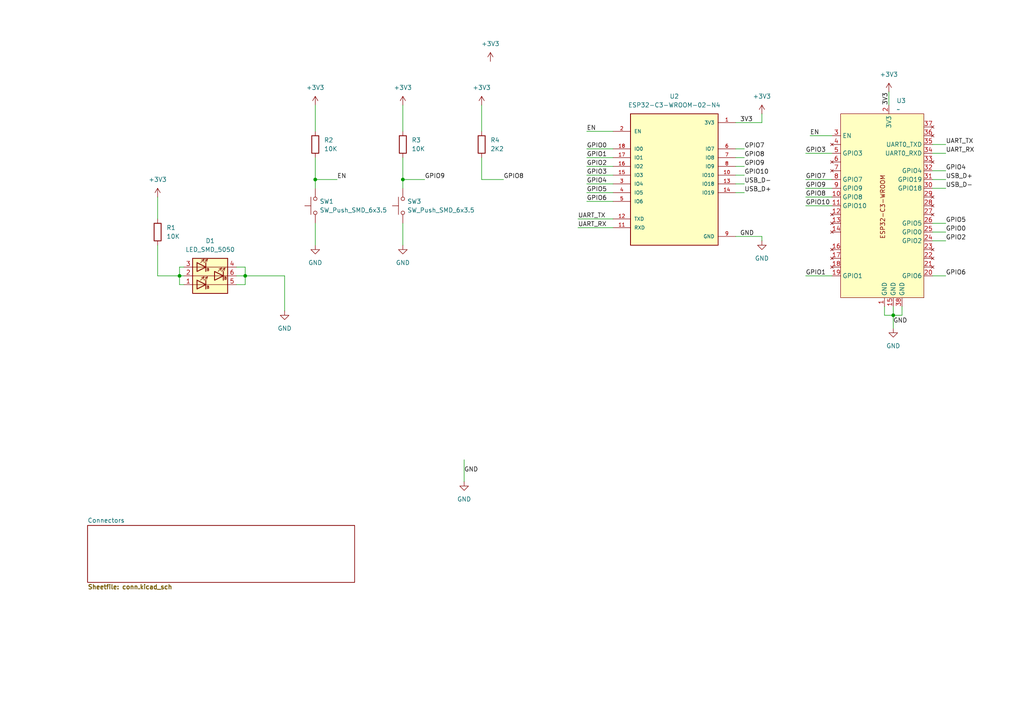
<source format=kicad_sch>
(kicad_sch (version 20231120) (generator "eeschema") (generator_version "8.0")
  (paper "A4")
  (lib_symbols
    (symbol "Alexander Symbol Library:Conn_ESP32-WROOM-Socket-38P-v3"
      (property "Reference" "U3" (at 2.1941 1.27 0))
      (property "Value" "~" (at 2.1941 -1.27 0))
      (symbol "Conn_ESP32-WROOM-Socket-38P-v3_0_1"
        (rectangle (start -13.97 -2.54) (end 10.16 -55.88) (fill (type background)))
      )
      (symbol "Conn_ESP32-WROOM-Socket-38P-v3_1_0"
        (pin bidirectional line (at -16.51 -29.21 0) (length 2.54) (name "GPIO10") (number "11"))
        (pin no_connect line (at -16.51 -31.75 0) (length 2.54) (name "") (number "12"))
        (pin no_connect line (at -16.51 -34.29 0) (length 2.54) (name "") (number "13"))
        (pin no_connect line (at -16.51 -36.83 0) (length 2.54) (name "") (number "14"))
        (pin power_out line (at 1.27 -58.42 90) (length 2.54) (name "GND") (number "15"))
        (pin no_connect line (at -16.51 -41.91 0) (length 2.54) (name "") (number "16"))
        (pin no_connect line (at -16.51 -44.45 0) (length 2.54) (name "") (number "17"))
        (pin no_connect line (at -16.51 -46.99 0) (length 2.54) (name "") (number "18"))
        (pin bidirectional line (at -16.51 -49.53 0) (length 2.54) (name "GPIO1") (number "19"))
        (pin bidirectional line (at 12.7 -49.53 180) (length 2.54) (name "GPIO6") (number "20"))
        (pin no_connect line (at 12.7 -46.99 180) (length 2.54) (name "") (number "21"))
        (pin no_connect line (at 12.7 -44.45 180) (length 2.54) (name "") (number "22"))
        (pin no_connect line (at 12.7 -41.91 180) (length 2.54) (name "") (number "23"))
        (pin bidirectional line (at 12.7 -39.37 180) (length 2.54) (name "GPIO2") (number "24"))
        (pin bidirectional line (at 12.7 -36.83 180) (length 2.54) (name "GPIO0") (number "25"))
        (pin bidirectional line (at 12.7 -34.29 180) (length 2.54) (name "GPIO5") (number "26"))
        (pin no_connect line (at 12.7 -31.75 180) (length 2.54) (name "") (number "27"))
        (pin no_connect line (at 12.7 -29.21 180) (length 2.54) (name "") (number "28"))
        (pin no_connect line (at 12.7 -26.67 180) (length 2.54) (name "") (number "29"))
        (pin bidirectional line (at 12.7 -24.13 180) (length 2.54) (name "GPIO18") (number "30"))
        (pin bidirectional line (at 12.7 -21.59 180) (length 2.54) (name "GPIO19") (number "31"))
        (pin bidirectional line (at 12.7 -19.05 180) (length 2.54) (name "GPIO4") (number "32"))
        (pin no_connect line (at 12.7 -16.51 180) (length 2.54) (name "") (number "33"))
        (pin input line (at 12.7 -13.97 180) (length 2.54) (name "UART0_RXD") (number "34"))
        (pin output line (at 12.7 -11.43 180) (length 2.54) (name "UART0_TXD") (number "35"))
        (pin no_connect line (at 12.7 -8.89 180) (length 2.54) (name "") (number "36"))
        (pin no_connect line (at 12.7 -6.35 180) (length 2.54) (name "") (number "37"))
        (pin power_out line (at 3.81 -58.42 90) (length 2.54) (name "GND") (number "38"))
      )
      (symbol "Conn_ESP32-WROOM-Socket-38P-v3_1_1"
        (text "ESP32-C3-WROOM" (at -1.778 -29.464 900) (effects (font (size 1.27 1.27))))
        (pin power_out line (at -1.27 -58.42 90) (length 2.54) (name "GND") (number "1"))
        (pin bidirectional line (at -16.51 -26.67 0) (length 2.54) (name "GPIO8") (number "10"))
        (pin power_in line (at 0 0 270) (length 2.54) (name "3V3") (number "2"))
        (pin bidirectional line (at -16.51 -8.89 0) (length 2.54) (name "EN") (number "3"))
        (pin no_connect line (at -16.51 -11.43 0) (length 2.54) (name "") (number "4"))
        (pin bidirectional line (at -16.51 -13.97 0) (length 2.54) (name "GPIO3") (number "5"))
        (pin no_connect line (at -16.51 -16.51 0) (length 2.54) (name "") (number "6"))
        (pin no_connect line (at -16.51 -19.05 0) (length 2.54) (name "") (number "7"))
        (pin bidirectional line (at -16.51 -21.59 0) (length 2.54) (name "GPIO7") (number "8"))
        (pin bidirectional line (at -16.51 -24.13 0) (length 2.54) (name "GPIO9") (number "9"))
      )
    )
    (symbol "Alexander Symbol Library:ESP32-C3-WROOM-02-N4" (pin_names (offset 1.016))
      (property "Reference" "U" (at -12.7 21.082 0))
      (property "Value" "ESP32-C3-WROOM-02-N4" (at -13.208 -19.05 0))
      (symbol "ESP32-C3-WROOM-02-N4_0_0"
        (rectangle (start -12.7 20.32) (end 12.7 -17.78) (stroke (width 0.254)) (fill (type background)))
        (pin power_in line (at 17.78 17.78 180) (length 5.08) (name "3V3") (number "1"))
        (pin bidirectional line (at 17.78 2.54 180) (length 5.08) (name "IO10") (number "10"))
        (pin bidirectional line (at -17.78 -12.7 0) (length 5.08) (name "RXD") (number "11"))
        (pin bidirectional line (at -17.78 -10.16 0) (length 5.08) (name "TXD") (number "12"))
        (pin bidirectional line (at 17.78 0 180) (length 5.08) (name "IO18") (number "13"))
        (pin bidirectional line (at 17.78 -2.54 180) (length 5.08) (name "IO19") (number "14"))
        (pin bidirectional line (at -17.78 2.54 0) (length 5.08) (name "IO3") (number "15"))
        (pin bidirectional line (at -17.78 5.08 0) (length 5.08) (name "IO2") (number "16"))
        (pin bidirectional line (at -17.78 7.62 0) (length 5.08) (name "IO1") (number "17"))
        (pin bidirectional line (at -17.78 10.16 0) (length 5.08) (name "IO0") (number "18"))
        (pin power_in line (at 17.78 -15.24 180) (length 5.08) hide (name "GND__1") (number "19"))
        (pin input line (at -17.78 15.24 0) (length 5.08) (name "EN") (number "2"))
        (pin power_in line (at 17.78 -15.24 180) (length 5.08) hide (name "GND__2") (number "20"))
        (pin power_in line (at 17.78 -15.24 180) (length 5.08) hide (name "GND__3") (number "21"))
        (pin power_in line (at 17.78 -15.24 180) (length 5.08) hide (name "GND__4") (number "22"))
        (pin power_in line (at 17.78 -15.24 180) (length 5.08) hide (name "GND__5") (number "23"))
        (pin power_in line (at 17.78 -15.24 180) (length 5.08) hide (name "GND__6") (number "24"))
        (pin power_in line (at 17.78 -15.24 180) (length 5.08) hide (name "GND__7") (number "25"))
        (pin power_in line (at 17.78 -15.24 180) (length 5.08) hide (name "GND__8") (number "26"))
        (pin power_in line (at 17.78 -15.24 180) (length 5.08) hide (name "GND__9") (number "27"))
        (pin power_in line (at 17.78 -15.24 180) (length 5.08) hide (name "GND__10") (number "28"))
        (pin power_in line (at 17.78 -15.24 180) (length 5.08) hide (name "GND__11") (number "29"))
        (pin bidirectional line (at -17.78 0 0) (length 5.08) (name "IO4") (number "3"))
        (pin power_in line (at 17.78 -15.24 180) (length 5.08) hide (name "GND__12") (number "30"))
        (pin power_in line (at 17.78 -15.24 180) (length 5.08) hide (name "GND__13") (number "31"))
        (pin power_in line (at 17.78 -15.24 180) (length 5.08) hide (name "GND__14") (number "32"))
        (pin power_in line (at 17.78 -15.24 180) (length 5.08) hide (name "GND__15") (number "33"))
        (pin power_in line (at 17.78 -15.24 180) (length 5.08) hide (name "GND__16") (number "34"))
        (pin power_in line (at 17.78 -15.24 180) (length 5.08) hide (name "GND__17") (number "35"))
        (pin power_in line (at 17.78 -15.24 180) (length 5.08) hide (name "GND__18") (number "36"))
        (pin power_in line (at 17.78 -15.24 180) (length 5.08) hide (name "GND__19") (number "37"))
        (pin power_in line (at 17.78 -15.24 180) (length 5.08) hide (name "GND__20") (number "38"))
        (pin power_in line (at 17.78 -15.24 180) (length 5.08) hide (name "GND__21") (number "39"))
        (pin bidirectional line (at -17.78 -2.54 0) (length 5.08) (name "IO5") (number "4"))
        (pin bidirectional line (at -17.78 -5.08 0) (length 5.08) (name "IO6") (number "5"))
        (pin bidirectional line (at 17.78 10.16 180) (length 5.08) (name "IO7") (number "6"))
        (pin bidirectional line (at 17.78 7.62 180) (length 5.08) (name "IO8") (number "7"))
        (pin bidirectional line (at 17.78 5.08 180) (length 5.08) (name "IO9") (number "8"))
        (pin power_in line (at 17.78 -15.24 180) (length 5.08) (name "GND") (number "9"))
      )
    )
    (symbol "Alexander_Library_Symbols:LED_SMD_5050" (pin_names hide)
      (property "Reference" "D" (at -5.08 6.35 0))
      (property "Value" "LED_SMD_5050" (at -5.08 -6.35 0))
      (symbol "LED_SMD_5050_0_0"
        (text "B" (at -0.635 -3.3274 0) (effects (font (size 0.762 0.762))))
      )
      (symbol "LED_SMD_5050_0_1"
        (rectangle (start -5.08 5.08) (end 5.08 -5.08) (stroke (width 0.254)) (fill (type background)))
        (polyline (pts (xy -5.08 -2.54) (xy 5.08 -2.54)))
        (polyline (pts (xy -5.08 0) (xy 5.08 0)))
        (polyline (pts (xy -5.08 2.54) (xy 5.08 2.54)))
        (polyline (pts (xy -2.794 -1.27) (xy -1.778 -0.254)))
        (polyline (pts (xy -2.794 3.81) (xy -1.778 4.826)))
        (polyline (pts (xy -1.778 -1.27) (xy -0.762 -0.254)))
        (polyline (pts (xy -1.778 3.81) (xy -0.762 4.826)))
        (polyline (pts (xy -1.27 -1.27) (xy -1.27 -3.81)) (stroke (width 0.254)))
        (polyline (pts (xy -1.27 3.81) (xy -1.27 1.27)) (stroke (width 0.254)))
        (polyline (pts (xy 2.286 1.27) (xy 3.302 2.286)))
        (polyline (pts (xy 3.302 1.27) (xy 4.318 2.286)))
        (polyline (pts (xy 3.81 1.27) (xy 3.81 -1.27)) (stroke (width 0.254)))
        (polyline (pts (xy -2.54 4.572) (xy -1.778 4.826) (xy -2.032 4.064)))
        (polyline (pts (xy -2.032 -1.016) (xy -1.778 -0.254) (xy -2.54 -0.508)))
        (polyline (pts (xy -1.524 -0.508) (xy -0.762 -0.254) (xy -1.016 -1.016)))
        (polyline (pts (xy -1.524 4.572) (xy -0.762 4.826) (xy -1.016 4.064)))
        (polyline (pts (xy 3.048 1.524) (xy 3.302 2.286) (xy 2.54 2.032)))
        (polyline (pts (xy 3.556 2.032) (xy 4.318 2.286) (xy 4.064 1.524)))
        (polyline (pts (xy -3.81 -1.27) (xy -3.81 -3.81) (xy -1.27 -2.54) (xy -3.81 -1.27)) (stroke (width 0.254)))
        (polyline (pts (xy -3.81 3.81) (xy -3.81 1.27) (xy -1.27 2.54) (xy -3.81 3.81)) (stroke (width 0.254)))
        (polyline (pts (xy 1.27 1.27) (xy 1.27 -1.27) (xy 3.81 0) (xy 1.27 1.27)) (stroke (width 0.254)))
      )
      (symbol "LED_SMD_5050_1_0"
        (text "B" (at -0.635 1.8034 0) (effects (font (size 0.762 0.762))))
        (text "B" (at 4.4196 -0.7112 0) (effects (font (size 0.762 0.762))))
      )
      (symbol "LED_SMD_5050_1_1"
        (pin passive line (at -7.62 -2.54 0) (length 2.54) (name "AB") (number "1"))
        (pin passive line (at -7.62 0 0) (length 2.54) (name "KB") (number "2"))
        (pin passive line (at -7.62 2.54 0) (length 2.54) (name "AR") (number "3"))
        (pin passive line (at 7.62 2.54 180) (length 2.54) (name "KR") (number "4"))
        (pin passive line (at 7.62 -2.54 180) (length 2.54) (name "AG") (number "5"))
        (pin passive line (at 7.62 0 180) (length 2.54) (name "KR") (number "6"))
      )
    )
    (symbol "Alexander_Library_Symbols:SW_Push_SMD_6x3.5" (pin_numbers hide) (pin_names (offset 1.016) hide)
      (property "Reference" "SW" (at 1.27 2.54 0))
      (property "Value" "SW_Push_SMD_6x3.5" (at 0 -1.524 0))
      (symbol "SW_Push_SMD_6x3.5_0_1"
        (circle (center -2.032 0) (radius 0.508))
        (polyline (pts (xy 0 1.27) (xy 0 3.048)))
        (polyline (pts (xy 2.54 1.27) (xy -2.54 1.27)))
        (circle (center 2.032 0) (radius 0.508))
        (pin passive line (at -5.08 0 0) (length 2.54) (name "1") (number "1"))
        (pin passive line (at 5.08 0 180) (length 2.54) (name "2") (number "2"))
      )
    )
    (symbol "Device:R" (pin_numbers hide) (pin_names (offset 0))
      (property "Reference" "R" (at 2.032 0 90))
      (property "Value" "R" (at 0 0 90))
      (symbol "R_0_1"
        (rectangle (start -1.016 -2.54) (end 1.016 2.54) (stroke (width 0.254)))
      )
      (symbol "R_1_1"
        (pin passive line (at 0 3.81 270) (length 1.27) (name "~") (number "1"))
        (pin passive line (at 0 -3.81 90) (length 1.27) (name "~") (number "2"))
      )
    )
    (symbol "power:+3V3" (power) (pin_numbers hide) (pin_names (offset 0) hide)
      (property "Value" "+3V3" (at 0 3.556 0))
      (symbol "+3V3_0_1"
        (polyline (pts (xy -0.762 1.27) (xy 0 2.54)))
        (polyline (pts (xy 0 0) (xy 0 2.54)))
        (polyline (pts (xy 0 2.54) (xy 0.762 1.27)))
      )
      (symbol "+3V3_1_1"
        (pin power_in line (at 0 0 90) (length 0) (name "~") (number "1"))
      )
    )
    (symbol "power:GND" (power) (pin_numbers hide) (pin_names (offset 0) hide)
      (property "Value" "GND" (at 0 -3.81 0))
      (symbol "GND_0_1"
        (polyline (pts (xy 0 0) (xy 0 -1.27) (xy 1.27 -1.27) (xy 0 -2.54) (xy -1.27 -1.27) (xy 0 -1.27)))
      )
      (symbol "GND_1_1"
        (pin power_in line (at 0 0 270) (length 0) (name "~") (number "1"))
      )
    )
  )
  (junction (at 52.07 80.01))
  (junction (at 91.44 52.07))
  (junction (at 116.84 52.07))
  (junction (at 71.12 80.01))
  (junction (at 259.08 91.44))
  (wire (pts (xy 233.68 57.15) (xy 241.3 57.15)))
  (wire (pts (xy 91.44 52.07) (xy 97.79 52.07)))
  (wire (pts (xy 233.68 54.61) (xy 241.3 54.61)))
  (wire (pts (xy 170.18 55.88) (xy 177.8 55.88)))
  (wire (pts (xy 139.7 52.07) (xy 146.05 52.07)))
  (wire (pts (xy 116.84 45.72) (xy 116.84 52.07)))
  (wire (pts (xy 270.51 52.07) (xy 274.32 52.07)))
  (wire (pts (xy 213.36 68.58) (xy 220.98 68.58)))
  (wire (pts (xy 71.12 82.55) (xy 71.12 80.01)))
  (wire (pts (xy 213.36 55.88) (xy 215.9 55.88)))
  (wire (pts (xy 71.12 80.01) (xy 82.55 80.01)))
  (wire (pts (xy 270.51 49.53) (xy 274.32 49.53)))
  (wire (pts (xy 213.36 50.8) (xy 215.9 50.8)))
  (wire (pts (xy 234.95 39.37) (xy 241.3 39.37)))
  (wire (pts (xy 68.58 82.55) (xy 71.12 82.55)))
  (wire (pts (xy 167.64 63.5) (xy 177.8 63.5)))
  (wire (pts (xy 91.44 30.48) (xy 91.44 38.1)))
  (wire (pts (xy 170.18 43.18) (xy 177.8 43.18)))
  (wire (pts (xy 170.18 45.72) (xy 177.8 45.72)))
  (wire (pts (xy 170.18 48.26) (xy 177.8 48.26)))
  (wire (pts (xy 170.18 38.1) (xy 177.8 38.1)))
  (wire (pts (xy 270.51 64.77) (xy 274.32 64.77)))
  (wire (pts (xy 261.62 91.44) (xy 261.62 88.9)))
  (wire (pts (xy 45.72 71.12) (xy 45.72 80.01)))
  (wire (pts (xy 213.36 53.34) (xy 215.9 53.34)))
  (wire (pts (xy 213.36 43.18) (xy 215.9 43.18)))
  (wire (pts (xy 233.68 52.07) (xy 241.3 52.07)))
  (wire (pts (xy 71.12 77.47) (xy 71.12 80.01)))
  (wire (pts (xy 68.58 77.47) (xy 71.12 77.47)))
  (wire (pts (xy 213.36 48.26) (xy 215.9 48.26)))
  (wire (pts (xy 52.07 80.01) (xy 53.34 80.01)))
  (wire (pts (xy 170.18 53.34) (xy 177.8 53.34)))
  (wire (pts (xy 213.36 45.72) (xy 215.9 45.72)))
  (wire (pts (xy 257.81 26.67) (xy 257.81 30.48)))
  (wire (pts (xy 259.08 91.44) (xy 261.62 91.44)))
  (wire (pts (xy 45.72 80.01) (xy 52.07 80.01)))
  (wire (pts (xy 139.7 30.48) (xy 139.7 38.1)))
  (wire (pts (xy 82.55 80.01) (xy 82.55 90.17)))
  (wire (pts (xy 52.07 82.55) (xy 52.07 80.01)))
  (wire (pts (xy 233.68 80.01) (xy 241.3 80.01)))
  (wire (pts (xy 233.68 59.69) (xy 241.3 59.69)))
  (wire (pts (xy 220.98 35.56) (xy 220.98 33.02)))
  (wire (pts (xy 116.84 52.07) (xy 123.19 52.07)))
  (wire (pts (xy 68.58 80.01) (xy 71.12 80.01)))
  (wire (pts (xy 134.62 133.35) (xy 134.62 139.7)))
  (wire (pts (xy 259.08 88.9) (xy 259.08 91.44)))
  (wire (pts (xy 270.51 80.01) (xy 274.32 80.01)))
  (wire (pts (xy 233.68 44.45) (xy 241.3 44.45)))
  (wire (pts (xy 139.7 45.72) (xy 139.7 52.07)))
  (wire (pts (xy 270.51 41.91) (xy 274.32 41.91)))
  (wire (pts (xy 116.84 52.07) (xy 116.84 54.61)))
  (wire (pts (xy 45.72 57.15) (xy 45.72 63.5)))
  (wire (pts (xy 91.44 45.72) (xy 91.44 52.07)))
  (wire (pts (xy 170.18 58.42) (xy 177.8 58.42)))
  (wire (pts (xy 256.54 91.44) (xy 259.08 91.44)))
  (wire (pts (xy 116.84 30.48) (xy 116.84 38.1)))
  (wire (pts (xy 213.36 35.56) (xy 220.98 35.56)))
  (wire (pts (xy 270.51 69.85) (xy 274.32 69.85)))
  (wire (pts (xy 91.44 64.77) (xy 91.44 71.12)))
  (wire (pts (xy 52.07 77.47) (xy 52.07 80.01)))
  (wire (pts (xy 53.34 77.47) (xy 52.07 77.47)))
  (wire (pts (xy 53.34 82.55) (xy 52.07 82.55)))
  (wire (pts (xy 259.08 91.44) (xy 259.08 95.25)))
  (wire (pts (xy 167.64 66.04) (xy 177.8 66.04)))
  (wire (pts (xy 91.44 52.07) (xy 91.44 54.61)))
  (wire (pts (xy 116.84 64.77) (xy 116.84 71.12)))
  (wire (pts (xy 270.51 54.61) (xy 274.32 54.61)))
  (wire (pts (xy 270.51 67.31) (xy 274.32 67.31)))
  (wire (pts (xy 170.18 50.8) (xy 177.8 50.8)))
  (wire (pts (xy 256.54 88.9) (xy 256.54 91.44)))
  (wire (pts (xy 270.51 44.45) (xy 274.32 44.45)))
  (wire (pts (xy 220.98 68.58) (xy 220.98 69.85)))
  (label "GPIO6" (at 274.32 80.01 0))
  (label "GPIO9" (at 233.68 54.61 0))
  (label "GPIO8" (at 215.9 45.72 0))
  (label "GPIO3" (at 233.68 44.45 0))
  (label "USB_D-" (at 274.32 54.61 0))
  (label "GPIO4" (at 170.18 53.34 0))
  (label "UART_RX" (at 167.64 66.04 0))
  (label "GPIO10" (at 233.68 59.69 0))
  (label "GPIO3" (at 170.18 50.8 0))
  (label "3V3" (at 257.81 30.48 90))
  (label "UART_TX" (at 274.32 41.91 0))
  (label "GPIO1" (at 170.18 45.72 0))
  (label "USB_D-" (at 215.9 53.34 0))
  (label "GPIO9" (at 123.19 52.07 0))
  (label "GND" (at 134.62 137.16 0))
  (label "GPIO1" (at 233.68 80.01 0))
  (label "GPIO7" (at 233.68 52.07 0))
  (label "GPIO5" (at 274.32 64.77 0))
  (label "EN" (at 97.79 52.07 0))
  (label "GPIO5" (at 170.18 55.88 0))
  (label "3V3" (at 214.63 35.56 0))
  (label "USB_D+" (at 215.9 55.88 0))
  (label "GPIO0" (at 274.32 67.31 0))
  (label "EN" (at 234.95 39.37 0))
  (label "USB_D+" (at 274.32 52.07 0))
  (label "GND" (at 214.63 68.58 0))
  (label "GPIO2" (at 274.32 69.85 0))
  (label "GPIO8" (at 233.68 57.15 0))
  (label "GPIO0" (at 170.18 43.18 0))
  (label "UART_TX" (at 167.64 63.5 0))
  (label "UART_RX" (at 274.32 44.45 0))
  (label "GPIO9" (at 215.9 48.26 0))
  (label "EN" (at 170.18 38.1 0))
  (label "GPIO7" (at 215.9 43.18 0))
  (label "GPIO2" (at 170.18 48.26 0))
  (label "GPIO4" (at 274.32 49.53 0))
  (label "GPIO8" (at 146.05 52.07 0))
  (label "GPIO10" (at 215.9 50.8 0))
  (label "GPIO6" (at 170.18 58.42 0))
  (label "GND" (at 259.08 93.98 0))
  (symbol (lib_id "power:+3V3") (at 257.81 26.67 0) (unit 1)
    (property "Reference" "#PWR010" (effects (hide yes)))
    (property "Value" "+3V3" (at 257.81 21.59 0))
    (property "Description" "Power symbol creates a global label with name \"+3V3\"" (effects (hide yes)))
  )
  (symbol (lib_id "power:+3V3") (at 45.72 57.15 0) (unit 1)
    (property "Reference" "#PWR05" (effects (hide yes)))
    (property "Value" "+3V3" (at 45.72 52.07 0))
    (property "Description" "Power symbol creates a global label with name \"+3V3\"" (effects (hide yes)))
  )
  (symbol (lib_id "power:+3V3") (at 91.44 30.48 0) (unit 1)
    (property "Reference" "#PWR02" (effects (hide yes)))
    (property "Value" "+3V3" (at 91.44 25.4 0))
    (property "Description" "Power symbol creates a global label with name \"+3V3\"" (effects (hide yes)))
  )
  (symbol (lib_id "Device:R") (at 116.84 41.91 0) (unit 1)
    (property "Reference" "R3" (at 119.38 40.6399 0) (effects (justify left)))
    (property "Value" "10K" (at 119.38 43.1799 0) (effects (justify left)))
    (property "Footprint" "Resistor_SMD:R_1206_3216Metric_Pad1.30x1.75mm_HandSolder" (effects (hide yes)))
    (property "Description" "Resistor" (effects (hide yes)))
  )
  (symbol (lib_id "power:GND") (at 259.08 95.25 0) (unit 1)
    (property "Reference" "#PWR09" (effects (hide yes)))
    (property "Value" "GND" (at 259.08 100.33 0))
    (property "Description" "Power symbol creates a global label with name \"GND\" , ground" (effects (hide yes)))
  )
  (symbol (lib_id "power:+3V3") (at 116.84 30.48 0) (unit 1)
    (property "Reference" "#PWR013" (effects (hide yes)))
    (property "Value" "+3V3" (at 116.84 25.4 0))
    (property "Description" "Power symbol creates a global label with name \"+3V3\"" (effects (hide yes)))
  )
  (symbol (lib_id "power:GND") (at 91.44 71.12 0) (unit 1)
    (property "Reference" "#PWR012" (effects (hide yes)))
    (property "Value" "GND" (at 91.44 76.2 0))
    (property "Description" "Power symbol creates a global label with name \"GND\" , ground" (effects (hide yes)))
  )
  (symbol (lib_id "Alexander Symbol Library:ESP32-C3-WROOM-02-N4") (at 195.58 53.34 0) (unit 1)
    (property "Reference" "U2" (at 195.58 27.94 0))
    (property "Value" "ESP32-C3-WROOM-02-N4" (at 195.58 30.48 0))
    (property "Footprint" "Alexander Footprint Library:ESP32-C3-WROOM-02-H4" (effects (hide yes)))
    (property "MP" "ESP32-C3-WROOM-02-H4" (effects (hide yes)))
  )
  (symbol (lib_id "Device:R") (at 139.7 41.91 0) (unit 1)
    (property "Reference" "R4" (at 142.24 40.6399 0) (effects (justify left)))
    (property "Value" "2K2" (at 142.24 43.1799 0) (effects (justify left)))
    (property "Footprint" "Resistor_SMD:R_1206_3216Metric_Pad1.30x1.75mm_HandSolder" (effects (hide yes)))
    (property "Description" "Resistor" (effects (hide yes)))
  )
  (symbol (lib_id "power:GND") (at 220.98 69.85 0) (unit 1)
    (property "Reference" "#PWR011" (effects (hide yes)))
    (property "Value" "GND" (at 220.98 74.93 0))
    (property "Description" "Power symbol creates a global label with name \"GND\" , ground" (effects (hide yes)))
  )
  (symbol (lib_id "Alexander_Library_Symbols:LED_SMD_5050") (at 60.96 80.01 0) (unit 1)
    (property "Reference" "D1" (at 60.96 69.85 0))
    (property "Value" "LED_SMD_5050" (at 60.96 72.39 0))
    (property "Footprint" "Alexander Footprint Library:LED_5050-6" (effects (hide yes)))
    (property "Datasheet" "https://www.cree.com/led-components/media/documents/CLS6B-FKW.pdf" (effects (hide yes)))
    (property "Description" "Cree PLCC6 3 in 1 SMD LED, PLCC-6" (effects (hide yes)))
  )
  (symbol (lib_id "Device:R") (at 45.72 67.31 0) (unit 1)
    (property "Reference" "R1" (at 48.26 66.0399 0) (effects (justify left)))
    (property "Value" "10K" (at 48.26 68.5799 0) (effects (justify left)))
    (property "Footprint" "Resistor_SMD:R_1206_3216Metric_Pad1.30x1.75mm_HandSolder" (effects (hide yes)))
    (property "Description" "Resistor" (effects (hide yes)))
  )
  (symbol (lib_id "Alexander_Library_Symbols:SW_Push_SMD_6x3.5") (at 116.84 59.69 90) (unit 1)
    (property "Reference" "SW3" (at 118.11 58.4199 90) (effects (justify right)))
    (property "Value" "SW_Push_SMD_6x3.5" (at 118.11 60.9599 90) (effects (justify right)))
    (property "Footprint" "Alexander Footprint Library:SW_PUSH_6x3.5mm" (effects (hide yes)))
  )
  (symbol (lib_id "power:GND") (at 82.55 90.17 0) (unit 1)
    (property "Reference" "#PWR04" (effects (hide yes)))
    (property "Value" "GND" (at 82.55 95.25 0))
    (property "Description" "Power symbol creates a global label with name \"GND\" , ground" (effects (hide yes)))
  )
  (symbol (lib_id "Alexander Symbol Library:Conn_ESP32-WROOM-Socket-38P-v3") (at 257.81 30.48 0) (unit 1)
    (property "Reference" "U3" (at 260.0041 29.21 0) (effects (justify left)))
    (property "Value" "~" (at 260.0041 31.75 0) (effects (justify left)))
    (property "Footprint" "Alexander Footprint Library:CONN-ESP32-WROOM-Adapter-Legacy-v3" (effects (hide yes)))
  )
  (symbol (lib_id "power:+3V3") (at 220.98 33.02 0) (unit 1)
    (property "Reference" "#PWR08" (effects (hide yes)))
    (property "Value" "+3V3" (at 220.98 27.94 0))
    (property "Description" "Power symbol creates a global label with name \"+3V3\"" (effects (hide yes)))
  )
  (symbol (lib_id "power:+3V3") (at 142.24 17.78 0) (unit 1)
    (property "Reference" "#PWR07" (effects (hide yes)))
    (property "Value" "+3V3" (at 142.24 12.7 0))
    (property "Description" "Power symbol creates a global label with name \"+3V3\"" (effects (hide yes)))
  )
  (symbol (lib_id "power:GND") (at 116.84 71.12 0) (unit 1)
    (property "Reference" "#PWR014" (effects (hide yes)))
    (property "Value" "GND" (at 116.84 76.2 0))
    (property "Description" "Power symbol creates a global label with name \"GND\" , ground" (effects (hide yes)))
  )
  (symbol (lib_id "Alexander_Library_Symbols:SW_Push_SMD_6x3.5") (at 91.44 59.69 90) (unit 1)
    (property "Reference" "SW1" (at 92.71 58.4199 90) (effects (justify right)))
    (property "Value" "SW_Push_SMD_6x3.5" (at 92.71 60.9599 90) (effects (justify right)))
    (property "Footprint" "Alexander Footprint Library:SW_PUSH_6x3.5mm" (effects (hide yes)))
  )
  (symbol (lib_id "power:GND") (at 134.62 139.7 0) (unit 1)
    (property "Reference" "#PWR03" (effects (hide yes)))
    (property "Value" "GND" (at 134.62 144.78 0))
    (property "Description" "Power symbol creates a global label with name \"GND\" , ground" (effects (hide yes)))
  )
  (symbol (lib_id "power:+3V3") (at 139.7 30.48 0) (unit 1)
    (property "Reference" "#PWR06" (effects (hide yes)))
    (property "Value" "+3V3" (at 139.7 25.4 0))
    (property "Description" "Power symbol creates a global label with name \"+3V3\"" (effects (hide yes)))
  )
  (symbol (lib_id "Device:R") (at 91.44 41.91 0) (unit 1)
    (property "Reference" "R2" (at 93.98 40.6399 0) (effects (justify left)))
    (property "Value" "10K" (at 93.98 43.1799 0) (effects (justify left)))
    (property "Footprint" "Resistor_SMD:R_1206_3216Metric_Pad1.30x1.75mm_HandSolder" (effects (hide yes)))
    (property "Description" "Resistor" (effects (hide yes)))
  )
  (sheet (at 25.4 152.4) (size 77.47 16.51) (stroke (width 0.1524) (color 132 0 0 1))
    (property "Sheetname" "Connectors" (at 25.4 151.6884 0) (effects (justify left bottom)))
    (property "Sheetfile" "conn.kicad_sch" (at 25.4 169.4946 0) (show_name yes) (effects (font (bold yes)) (justify left top)))
  )
)
</source>
